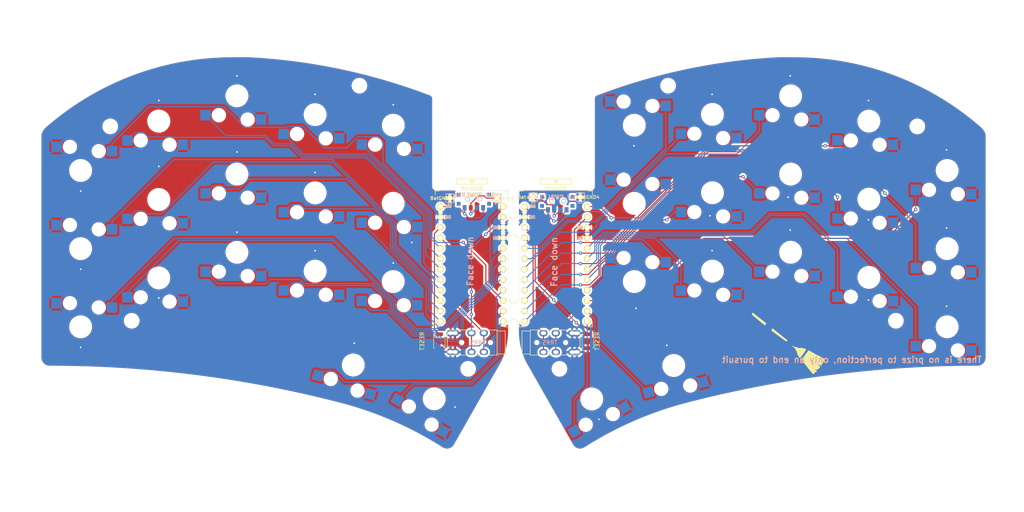
<source format=kicad_pcb>
(kicad_pcb (version 20241229) (generator "pcbnew") (generator_version "9.0")
  (layers (0 "F.Cu" signal) (2 "B.Cu" signal) (13 "F.Paste" user) (15 "B.Paste" user) (5 "F.SilkS" user "F.Silkscreen") (7 "B.SilkS" user "B.Silkscreen") (1 "F.Mask" user) (3 "B.Mask" user) (25 "Edge.Cuts" user))
  (net 0 "")
  (net 1 "BT+")
  (net 2 "gnd")
  (net 3 "vcc")
  (net 4 "Switch18")
  (net 5 "reset")
  (net 6 "Switch1")
  (net 7 "Switch2")
  (net 8 "Switch3")
  (net 9 "Switch4")
  (net 10 "Switch5")
  (net 11 "Switch6")
  (net 12 "Switch7")
  (net 13 "Switch8")
  (net 14 "Switch9")
  (net 15 "Switch10")
  (net 16 "Switch11")
  (net 17 "Switch12")
  (net 18 "Switch13")
  (net 19 "Switch14")
  (net 20 "Switch15")
  (net 21 "Switch16")
  (net 22 "Switch17")
  (net 23 "raw")
  (net 24 "BT+_r")
  (net 25 "Switch18_r")
  (net 26 "reset_r")
  (net 27 "Switch9_r")
  (net 28 "Switch10_r")
  (net 29 "Switch11_r")
  (net 30 "Switch12_r")
  (net 31 "Switch13_r")
  (net 32 "Switch14_r")
  (net 33 "Switch15_r")
  (net 34 "Switch16_r")
  (net 35 "Switch17_r")
  (net 36 "Switch1_r")
  (net 37 "Switch2_r")
  (net 38 "Switch3_r")
  (net 39 "Switch4_r")
  (net 40 "Switch5_r")
  (net 41 "Switch6_r")
  (net 42 "Switch7_r")
  (net 43 "Switch8_r")
  (footprint "kbd:1pin_conn" (layer "F.Cu") (at 146.190005 83.736002)
    (property "Reference" "Bat+r1")
    (property "Value" "MountingHole_Pad" (hide yes))
  )
  (footprint "kbd:1pin_conn" (layer "F.Cu") (at 134.760005 83.736002)
    (property "Reference" "BatGND1")
    (property "Value" "MountingHole_Pad" (hide yes))
  )
  (footprint "kbd:SW_SPST_B3U-1000P" (layer "F.Cu") (at 132.2 118.5 90)
    (property "Reference" "RSW1" (hide yes))
    (property "Value" "SW_Push")
  )
  (footprint "kbd:ProMicro_v3_min" (layer "F.Cu") (at 140.094 100.246)
    (property "Reference" "U1" (hide yes))
    (property "Value" "ProMicro-kbd" (hide yes))
  )
  (footprint "kbd:1pin_conn" (layer "F.Cu") (at 166.45984 83.482002)
    (property "Reference" "BatGND4")
    (property "Value" "MountingHole_Pad" (hide yes))
  )
  (footprint "kbd:SW_SPST_B3U-1000P" (layer "F.Cu") (at 168.3 118.5 90)
    (property "Reference" "RSW2" (hide yes))
    (property "Value" "SW_Push")
  )
  (footprint "kbd:1pin_conn" (layer "F.Cu") (at 155.02984 83.482002)
    (property "Reference" "Bat+1")
    (property "Value" "MountingHole_Pad" (hide yes))
  )
  (footprint "Kailh:ferris_broom" (layer "F.Cu") (at 215.84984 118.872 7)
    (property "Reference" "G***" (hide yes))
    (property "Value" "LOGO" (hide yes))
  )
  (footprint "kbd:ProMicro_v3_min" (layer "F.Cu") (at 160.51784 100.246)
    (property "Reference" "U2" (hide yes))
    (property "Value" "ProMicro-kbd" (hide yes))
  )
  (footprint "Duckyb-Parts:mouse-bite-5mm-slot-with-space-for-track" (layer "F.Cu") (at 150.241 90.678)
    (property "Reference" "mouse-bite-5mm-slot" (hide yes))
    (property "Value" "VAL**" (hide yes))
  )
  (footprint "Duckyb-Parts:mouse-bite-5mm-slot-with-space-for-track" (layer "F.Cu") (at 150.241 111.1885)
    (property "Reference" "mouse-bite-5mm-slot" (hide yes))
    (property "Value" "VAL**" (hide yes))
  )
  (footprint "duckyb-footprints:MountingHole_3.35mm" (layer "F.Cu") (at 112.776 56.388)
    (property "Reference" "Mounting 01" (hide yes))
    (property "Value" "MountingHole_3.35mm")
  )
  (footprint "duckyb-footprints:MountingHole_3.35mm" (layer "F.Cu") (at 52.197 66.294)
    (property "Reference" "Mounting 04" (hide yes))
    (property "Value" "MountingHole_3.35mm")
  )
  (footprint "" (layer "F.Cu") (at 57.404 113.538)
    (property "Reference" "")
    (property "Value" "")
  )
  (footprint "Kailh:TRRS-PJ-DPB2" (layer "F.Cu") (at 154.29784 118.83 90)
    (property "Reference" "J1")
    (property "Value" "AudioJack4dpb" (hide yes))
  )
  (footprint "duckyb-footprints:MountingHole_3.35mm" (layer "F.Cu") (at 139.192 125.222)
    (property "Reference" "Mounting 02" (hide yes))
    (property "Value" "MountingHole_3.35mm")
  )
  (footprint "Kailh:TRRS-PJ-DPB2" (layer "F.Cu") (at 146.22 118.83 -90)
    (property "Reference" "J2")
    (property "Value" "AudioJack4dpb" (hide yes))
  )
  (footprint "duckyb-footprints:MountingHole_3.35mm" (layer "F.Cu") (at 57.404 113.538)
    (property "Reference" "Mounting 03" (hide yes))
    (property "Value" "MountingHole_3.35mm")
  )
  (footprint "Kailh:SPDT_C128955r" (layer "F.Cu") (at 160.87184 84.498)
    (property "Reference" "SW2")
    (property "Value" "SW_SPDT")
  )
  (footprint "Kailh:SPDT_C128955r" (layer "F.Cu") (at 140.602 83.99)
    (property "Reference" "SW2")
    (property "Value" "SW_SPDT")
  )
  (footprint "Gateron_KS33_Hotswap:Gateron-KS33-Hotswap-1U" (layer "B.Cu") (at 45 77)
    (property "Reference" "SW2")
    (property "Value" "SW_Push")
  )
  (footprint "Gateron_KS33_Hotswap:Gateron-KS33-Hotswap-1U" (layer "B.Cu") (at 64 65 180)
    (property "Reference" "SW3")
    (property "Value" "SW_Push")
  )
  (footprint "Gateron_KS33_Hotswap:Gateron-KS33-Hotswap-1U" (layer "B.Cu") (at 83 58.86 180)
    (property "Reference" "SW4")
    (property "Value" "SW_Push")
  )
  (footprint "Gateron_KS33_Hotswap:Gateron-KS33-Hotswap-1U" (layer "B.Cu") (at 101.994 63.432 180)
    (property "Reference" "SW5")
    (property "Value" "SW_Push")
  )
  (footprint "Gateron_KS33_Hotswap:Gateron-KS33-Hotswap-1U" (layer "B.Cu") (at 121 66 180)
    (property "Reference" "SW6")
    (property "Value" "SW_Push")
  )
  (footprint "Gateron_KS33_Hotswap:Gateron-KS33-Hotswap-1U" (layer "B.Cu") (at 45 96)
    (property "Reference" "SW8")
    (property "Value" "SW_Push")
  )
  (footprint "Gateron_KS33_Hotswap:Gateron-KS33-Hotswap-1U" (layer "B.Cu") (at 64 84.074 180)
    (property "Reference" "SW9")
    (property "Value" "SW_Push")
  )
  (footprint "Gateron_KS33_Hotswap:Gateron-KS33-Hotswap-1U" (layer "B.Cu") (at 83 77.878 180)
    (property "Reference" "SW10")
    (property "Value" "SW_Push")
  )
  (footprint "Gateron_KS33_Hotswap:Gateron-KS33-Hotswap-1U" (layer "B.Cu") (at 102 82.45 180)
    (property "Reference" "SW11")
    (property "Value" "SW_Push")
  )
  (footprint "Gateron_KS33_Hotswap:Gateron-KS33-Hotswap-1U" (layer "B.Cu") (at 120.98 84.99 180)
    (property "Reference" "SW12")
    (property "Value" "SW_Push")
  )
  (footprint "Gateron_KS33_Hotswap:Gateron-KS33-Hotswap-1U" (layer "B.Cu") (at 45 115)
    (property "Reference" "SW14")
    (property "Value" "SW_Push")
  )
  (footprint "Gateron_KS33_Hotswap:Gateron-KS33-Hotswap-1U" (layer "B.Cu") (at 64.008 103.124 180)
    (property "Reference" "SW15")
    (property "Value" "SW_Push")
  )
  (footprint "Gateron_KS33_Hotswap:Gateron-KS33-Hotswap-1U" (layer "B.Cu") (at 83 96.896 180)
    (property "Reference" "SW16")
    (property "Value" "SW_Push")
  )
  (footprint "Gateron_KS33_Hotswap:Gateron-KS33-Hotswap-1U" (layer "B.Cu") (at 102 101.468 180)
    (property "Reference" "SW17")
    (property "Value" "SW_Push")
  )
  (footprint "Gateron_KS33_Hotswap:Gateron-KS33-Hotswap-1U" (layer "B.Cu") (at 111.272 124.288 165)
    (property "Reference" "SW20")
    (property "Value" "SW_Push")
  )
  (footprint "Gateron_KS33_Hotswap:Gateron-KS33-Hotswap-1U" (layer "B.Cu") (at 130.95 132.504 150)
    (property "Reference" "SW21")
    (property "Value" "SW_Push")
  )
  (footprint "Kailh:SPDT_C128955" (layer "B.Cu") (at 140.602 83.99 180)
    (property "Reference" "SW_POWERR1")
    (property "Value" "SW_SPDT")
  )
  (footprint "Gateron_KS33_Hotswap:Gateron-KS33-Hotswap-1U" (layer "B.Cu") (at 120.98 104.008 180)
    (property "Reference" "SW18")
    (property "Value" "SW_Push")
  )
  (footprint "Kailh:SPDT_C128955" (layer "B.Cu") (at 160.87184 84.498 180)
    (property "Reference" "SW_POWER1")
    (property "Value" "SW_SPDT")
  )
  (footprint "Gateron_KS33_Hotswap:Gateron-KS33-Hotswap-1U" (layer "B.Cu") (at 198.58584 82.418 180)
    (property "Reference" "SW10_r1")
    (property "Value" "SW_Push")
  )
  (footprint "Gateron_KS33_Hotswap:Gateron-KS33-Hotswap-1U" (layer "B.Cu") (at 255.63184 115 180)
    (property "Reference" "SW12_r1")
    (property "Value" "SW_Push")
  )
  (footprint "Gateron_KS33_Hotswap:Gateron-KS33-Hotswap-1U" (layer "B.Cu") (at 217.58784 96.896 180)
    (property "Reference" "SW14_r1")
    (property "Value" "SW_Push")
  )
  (footprint "Gateron_KS33_Hotswap:Gateron-KS33-Hotswap-1U" (layer "B.Cu") (at 198.58584 101.468 180)
    (property "Reference" "SW15_r1")
    (property "Value" "SW_Push")
  )
  (footprint "Gateron_KS33_Hotswap:Gateron-KS33-Hotswap-1U" (layer "B.Cu") (at 198.58584 63.368 180)
    (property "Reference" "SW5_r1")
    (property "Value" "SW_Push")
  )
  (footprint "Gateron_KS33_Hotswap:Gateron-KS33-Hotswap-1U" (layer "B.Cu") (at 236.61384 65 180)
    (property "Reference" "SW3_r1")
    (property "Value" "SW_Push")
  )
  (footprint "Gateron_KS33_Hotswap:Gateron-KS33-Hotswap-1U" (layer "B.Cu") (at 217.58784 58.86 180)
    (property "Reference" "SW4_r1")
    (property "Value" "SW_Push")
  )
  (footprint "Gateron_KS33_Hotswap:Gateron-KS33-Hotswap-1U" (layer "B.Cu") (at 236.61384 83.974 180)
    (property "Reference" "SW8_r1")
    (property "Value" "SW_Push")
  )
  (footprint "Gateron_KS33_Hotswap:Gateron-KS33-Hotswap-1U" (layer "B.Cu") (at 217.58784 77.878 180)
    (property "Reference" "SW9_r1")
    (property "Value" "SW_Push")
  )
  (footprint "Gateron_KS33_Hotswap:Gateron-KS33-Hotswap-1U" (layer "B.Cu") (at 236.61384 102.992 180)
    (property "Reference" "SW13_r1")
    (property "Value" "SW_Push")
  )
  (footprint "Gateron_KS33_Hotswap:Gateron-KS33-Hotswap-1U" (layer "B.Cu") (at 179.58584 84.99)
    (property "Reference" "SW11_r1")
    (property "Value" "SW_Push")
  )
  (footprint "Gateron_KS33_Hotswap:Gateron-KS33-Hotswap-1U" (layer "B.Cu") (at 255.63184 96 180)
    (property "Reference" "SW7_r1")
    (property "Value" "SW_Push")
  )
  (footprint "Gateron_KS33_Hotswap:Gateron-KS33-Hotswap-1U" (layer "B.Cu") (at 255.63184 77 180)
    (property "Reference" "SW2_r1")
    (property "Value" "SW_Push")
  )
  (footprint "Gateron_KS33_Hotswap:Gateron-KS33-Hotswap-1U" (layer "B.Cu") (at 179.58584 66)
    (property "Reference" "SW6_r1")
    (property "Value" "SW_Push")
  )
  (footprint "Gateron_KS33_Hotswap:Gateron-KS33-Hotswap-1U" (layer "B.Cu") (at 189.17984 124.41 -165)
    (property "Reference" "SW20")
    (property "Value" "SW_Push")
  )
  (footprint "Gateron_KS33_Hotswap:Gateron-KS33-Hotswap-1U" (layer "B.Cu") (at 179.58584 104.008)
    (property "Reference" "SW16_r1")
    (property "Value" "SW_Push")
  )
  (footprint "Gateron_KS33_Hotswap:Gateron-KS33-Hotswap-1U" (layer "B.Cu") (at 169.251 132.542 -150)
    (property "Reference" "SW21")
    (property "Value" "SW_Push")
  )
  (footprint "duckyb-footprints:MountingHole_3.35mm" (layer "B.Cu") (at 187.81184 56.388 180)
    (property "Reference" "Mounting 01" (hide yes))
    (property "Value" "MountingHole_3.35mm")
  )
  (footprint "duckyb-footprints:MountingHole_3.35mm" (layer "B.Cu") (at 161.39584 125.222 180)
    (property "Reference" "Mounting 02" (hide yes))
    (property "Value" "MountingHole_3.35mm")
  )
  (footprint "duckyb-footprints:MountingHole_3.35mm" (layer "B.Cu") (at 243.18384 113.538 180)
    (property "Reference" "Mounting 03" (hide yes))
    (property "Value" "MountingHole_3.35mm")
  )
  (footprint "" (layer "B.Cu") (at 217.58784 77.878 180)
    (property "Reference" "")
    (property "Value" "")
  )
  (footprint "duckyb-footprints:MountingHole_3.35mm" (layer "B.Cu") (at 248.39084 66.294 180)
    (property "Reference" "Mounting 04" (hide yes))
    (property "Value" "MountingHole_3.35mm")
  )
  (gr_arc (start 148.162 81.866) (mid 148.69233 82.08567) (end 148.912 82.616) (stroke (width 0.05)) (layer "Edge.Cuts"))
  (gr_line (start 148.912 93.218) (end 148.912 101.262) (stroke (width 0.05)) (layer "Edge.Cuts"))
  (gr_line (start 131.458 81.868917) (end 148.162 81.866) (stroke (width 0.05)) (layer "Edge.Cuts"))
  (gr_line (start 147.161679 123.613657) (end 135.71 143.699265) (stroke (width 0.05)) (layer "Edge.Cuts"))
  (gr_arc (start 148.924 116.248) (mid 148.462831 120.031316) (end 147.161679 123.613657) (stroke (width 0.05)) (layer "Edge.Cuts"))
  (gr_line (start 148.912 82.616) (end 148.924 88.11) (stroke (width 0.05)) (layer "Edge.Cuts"))
  (gr_line (start 149.2885 88.11) (end 148.924 88.11) (stroke (width 0.05)) (layer "Edge.Cuts"))
  (gr_line (start 149.2885 93.218) (end 148.912 93.218) (stroke (width 0.05)) (layer "Edge.Cuts"))
  (gr_line (start 149.2885 108.628) (end 148.924 108.628) (stroke (width 0.05)) (layer "Edge.Cuts"))
  (gr_line (start 149.2885 113.7285) (end 148.912 113.7285) (stroke (width 0.05)) (layer "Edge.Cuts"))
  (gr_line (start 148.912 101.262) (end 148.924 108.628) (stroke (width 0.05)) (layer "Edge.Cuts"))
  (gr_line (start 148.912 113.7285) (end 148.924 116.248) (stroke (width 0.05)) (layer "Edge.Cuts"))
  (gr_arc (start 131.458 81.868917) (mid 130.750893 81.576024) (end 130.458 80.868917) (stroke (width 0.05)) (layer "Edge.Cuts"))
  (gr_line (start 130.458 80.868917) (end 130.463 59.473) (stroke (width 0.05)) (layer "Edge.Cuts"))
  (gr_arc (start 35.465859 68.23732) (mid 36.022742 67.119147) (end 36.893 66.223) (stroke (width 0.05)) (layer "Edge.Cuts"))
  (gr_arc (start 85.843227 49.463504) (mid 108.303644 52.385453) (end 130.028245 58.79247) (stroke (width 0.05)) (layer "Edge.Cuts"))
  (gr_line (start 37.768 124.474571) (end 37.493002 124.473917) (stroke (width 0.05)) (layer "Edge.Cuts"))
  (gr_arc (start 107.797707 133.384137) (mid 120.821222 137.841207) (end 132.978 144.298) (stroke (width 0.05)) (layer "Edge.Cuts"))
  (gr_arc (start 37.768 124.474571) (mid 73.062876 126.72836) (end 107.797707 133.384137) (stroke (width 0.05)) (layer "Edge.Cuts"))
  (gr_arc (start 37.493002 124.473917) (mid 36.080534 123.924716) (end 35.458001 122.542999) (stroke (width 0.05)) (layer "Edge.Cuts"))
  (gr_arc (start 135.71 143.699265) (mid 134.468995 144.56898) (end 132.978 144.298) (stroke (width 0.05)) (layer "Edge.Cuts"))
  (gr_arc (start 130.028245 58.79247) (mid 130.345034 59.069226) (end 130.463 59.473) (stroke (width 0.05)) (layer "Edge.Cuts"))
  (gr_line (start 35.465859 68.23732) (end 35.458001 122.542999) (stroke (width 0.05)) (layer "Edge.Cuts"))
  (gr_line (start 85.843227 49.463504) (end 81.868 49.468) (stroke (width 0.05)) (layer "Edge.Cuts"))
  (gr_arc (start 36.893 66.223) (mid 57.870705 53.792798) (end 81.868 49.468) (stroke (width 0.05)) (layer "Edge.Cuts"))
  (gr_line (start 168.99984 81.868917) (end 152.29584 81.866) (stroke (width 0.05)) (layer "Edge.Cuts"))
  (gr_line (start 151.54584 113.7285) (end 151.53384 116.248) (stroke (width 0.05)) (layer "Edge.Cuts"))
  (gr_line (start 153.280536 123.57215) (end 164.74784 143.699265) (stroke (width 0.05)) (layer "Edge.Cuts"))
  (gr_line (start 264.991981 68.23732) (end 264.999839 122.542999) (stroke (width 0.05)) (layer "Edge.Cuts"))
  (gr_line (start 214.614716 49.465561) (end 218.58984 49.468) (stroke (width 0.05)) (layer "Edge.Cuts"))
  (gr_line (start 151.54584 101.262) (end 151.53384 108.628) (stroke (width 0.05)) (layer "Edge.Cuts"))
  (gr_arc (start 151.54584 82.616) (mid 151.76551 82.08567) (end 152.29584 81.866) (stroke (width 0.05)) (layer "Edge.Cuts"))
  (gr_line (start 151.54584 93.218) (end 151.54584 101.262) (stroke (width 0.05)) (layer "Edge.Cuts"))
  (gr_arc (start 167.47984 144.298) (mid 179.636498 137.840747) (end 192.659669 133.38233) (stroke (width 0.05)) (layer "Edge.Cuts"))
  (gr_arc (start 218.58984 49.468) (mid 242.587135 53.792799) (end 263.56484 66.223) (stroke (width 0.05)) (layer "Edge.Cuts"))
  (gr_arc (start 192.659669 133.38233) (mid 227.394847 126.727903) (end 262.68984 124.474571) (stroke (width 0.05)) (layer "Edge.Cuts"))
  (gr_arc (start 167.47984 144.298) (mid 165.988845 144.56898) (end 164.74784 143.699265) (stroke (width 0.05)) (layer "Edge.Cuts"))
  (gr_arc (start 153.280536 123.57215) (mid 151.990927 120.009347) (end 151.53384 116.248) (stroke (width 0.05)) (layer "Edge.Cuts"))
  (gr_line (start 151.54584 82.616) (end 151.53384 88.11) (stroke (width 0.05)) (layer "Edge.Cuts"))
  (gr_arc (start 169.99984 80.868917) (mid 169.706947 81.576024) (end 168.99984 81.868917) (stroke (width 0.05)) (layer "Edge.Cuts"))
  (gr_line (start 169.99984 80.868917) (end 169.99484 59.473) (stroke (width 0.05)) (layer "Edge.Cuts"))
  (gr_arc (start 263.56484 66.223) (mid 264.435098 67.119147) (end 264.991981 68.23732) (stroke (width 0.05)) (layer "Edge.Cuts"))
  (gr_arc (start 170.429595 58.79247) (mid 192.154223 52.385977) (end 214.614716 49.465561) (stroke (width 0.05)) (layer "Edge.Cuts"))
  (gr_line (start 262.68984 124.474571) (end 262.964838 124.473917) (stroke (width 0.05)) (layer "Edge.Cuts"))
  (gr_arc (start 264.999839 122.542999) (mid 264.377307 123.924717) (end 262.964838 124.473917) (stroke (width 0.05)) (layer "Edge.Cuts"))
  (gr_arc (start 169.99484 59.473) (mid 170.112806 59.069226) (end 170.429595 58.79247) (stroke (width 0.05)) (layer "Edge.Cuts"))
  (gr_line (start 151.53384 88.11) (end 151.1935 88.11) (stroke (width 0.05)) (layer "Edge.Cuts"))
  (gr_line (start 151.54584 93.218) (end 151.1935 93.218) (stroke (width 0.05)) (layer "Edge.Cuts"))
  (gr_arc (start 149.288501 113.7285) (mid 150.241 113.083627) (end 151.193499 113.728501) (stroke (width 0.05)) (layer "Edge.Cuts"))
  (gr_line (start 151.53384 108.628) (end 151.1935 108.628) (stroke (width 0.05)) (layer "Edge.Cuts"))
  (gr_arc (start 149.288501 93.218) (mid 150.241 92.573127) (end 151.193499 93.218001) (stroke (width 0.05)) (layer "Edge.Cuts"))
  (gr_line (start 151.54584 113.7285) (end 151.1935 113.7285) (stroke (width 0.05)) (layer "Edge.Cuts"))
  (gr_arc (start 151.193499 108.628) (mid 150.241 109.285937) (end 149.288501 108.627999) (stroke (width 0.05)) (layer "Edge.Cuts"))
  (gr_arc (start 151.193499 88.11) (mid 150.241 88.772807) (end 149.288501 88.109999) (stroke (width 0.05)) (layer "Edge.Cuts"))
  (gr_text "Face down" (at 160.10984 99.23 90) (layer "B.SilkS") (effects (font (size 1.5 1.5) (thickness 0.3))))
  (gr_text "There is no prize to perfection, only an end to pursuit" (at 232.5 123 0) (layer "B.SilkS") (effects (font (size 1.5 1.5) (thickness 0.3)) (justify mirror)))
  (gr_text "Face down" (at 139.7 99.06 90) (layer "B.SilkS") (effects (font (size 1.5 1.5) (thickness 0.3))))
  (segment (start 158.381843 85.323001) (end 157.231843 84.173001) (width 0.25) (layer "F.Cu") (net 1))
  (segment (start 157.231843 84.173001) (end 155.720841 84.173001) (width 0.25) (layer "F.Cu") (net 1))
  (segment (start 155.720841 84.173001) (end 155.02984 83.482) (width 0.25) (layer "F.Cu") (net 1))
  (segment (start 160.10984 86.585) (end 160.12184 86.573) (width 0.25) (layer "F.Cu") (net 1))
  (segment (start 160.12184 85.698) (end 159.746841 85.323001) (width 0.25) (layer "F.Cu") (net 1))
  (segment (start 159.746841 85.323001) (end 158.381843 85.323001) (width 0.25) (layer "F.Cu") (net 1))
  (segment (start 160.10984 88.054) (end 160.10984 86.585) (width 0.25) (layer "F.Cu") (net 1))
  (segment (start 160.12184 86.573) (end 160.12184 85.698) (width 0.25) (layer "F.Cu") (net 1))
  (via (at 160.10984 88.054) (size 0.8) (drill 0.4) (layers "F.Cu" "B.Cu") (net 1))
  (segment (start 160.14084 88.054) (end 161.62184 86.573) (width 0.25) (layer "B.Cu") (net 1))
  (segment (start 160.10984 88.054) (end 160.14084 88.054) (width 0.25) (layer "B.Cu") (net 1))
  (via (at 64 60) (size 0.8) (drill 0.4) (layers "F.Cu" "B.Cu") (net 2))
  (via (at 136 134.5) (size 0.8) (drill 0.4) (layers "F.Cu" "B.Cu") (net 2))
  (via (at 198.5 96.5) (size 0.8) (drill 0.4) (layers "F.Cu" "B.Cu") (net 2))
  (via (at 217 83.5) (size 0.8) (drill 0.4) (layers "F.Cu" "B.Cu") (net 2))
  (via (at 217.5 91.5) (size 0.8) (drill 0.4) (layers "F.Cu" "B.Cu") (net 2))
  (via (at 255.5 91) (size 0.8) (drill 0.4) (layers "F.Cu" "B.Cu") (net 2))
  (via (at 198.5 58.5) (size 0.8) (drill 0.4) (layers "F.Cu" "B.Cu") (net 2))
  (via (at 45 120) (size 0.8) (drill 0.4) (layers "F.Cu" "B.Cu") (net 2))
  (via (at 121 61) (size 0.8) (drill 0.4) (layers "F.Cu" "B.Cu") (net 2))
  (via (at 255.5 110) (size 0.8) (drill 0.4) (layers "F.Cu" "B.Cu") (net 2))
  (via (at 45 82) (size 0.8) (drill 0.4) (layers "F.Cu" "B.Cu") (net 2))
  (via (at 45 101) (size 0.8) (drill 0.4) (layers "F.Cu" "B.Cu") (net 2))
  (via (at 83 92) (size 0.8) (drill 0.4) (layers "F.Cu" "B.Cu") (net 2))
  (via (at 121 99.5) (size 0.8) (drill 0.4) (layers "F.Cu" "B.Cu") (net 2))
  (via (at 187.5 119.5) (size 0.8) (drill 0.4) (layers "F.Cu" "B.Cu") (net 2))
  (via (at 64 108) (size 0.8) (drill 0.4) (layers "F.Cu" "B.Cu") (net 2))
  (via (at 83 54) (size 0.8) (drill 0.4) (layers "F.Cu" "B.Cu") (net 2))
  (via (at 255.5 72) (size 0.8) (drill 0.4) (layers "F.Cu" "B.Cu") (net 2))
  (via (at 125.5 94.5) (size 0.8) (drill 0.4) (layers "F.Cu" "B.Cu") (net 2))
  (via (at 171 137.5) (size 0.8) (drill 0.4) (layers "F.Cu" "B.Cu") (net 2))
  (via (at 102 96.5) (size 0.8) (drill 0.4) (layers "F.Cu" "B.Cu") (net 2))
  (via (at 198 88) (size 0.8) (drill 0.4) (layers "F.Cu" "B.Cu") (net 2))
  (via (at 64 76) (size 0.8) (drill 0.4) (layers "F.Cu" "B.Cu") (net 2))
  (via (at 180 110.5) (size 0.8) (drill 0.4) (layers "F.Cu" "B.Cu") (net 2))
  (via (at 236.5 108.5) (size 0.8) (drill 0.4) (layers "F.Cu" "B.Cu") (net 2))
  (via (at 179.5 71) (size 0.8) (drill 0.4) (layers "F.Cu" "B.Cu") (net 2))
  (via (at 102 77.5) (size 0.8) (drill 0.4) (layers "F.Cu" "B.Cu") (net 2))
  (via (at 83 72.5) (size 0.8) (drill 0.4) (layers "F.Cu" "B.Cu") (net 2))
  (via (at 236.5 60) (size 0.8) (drill 0.4) (layers "F.Cu" "B.Cu") (net 2))
  (via (at 217.5 54) (size 0.8) (drill 0.4) (layers "F.Cu" "B.Cu") (net 2))
  (via (at 236.5 89) (size 0.8) (drill 0.4) (layers "F.Cu" "B.Cu") (net 2))
  (via (at 111.5 119) (size 0.8) (drill 0.4) (layers "F.Cu" "B.Cu") (net 2))
  (via (at 102 58.5) (size 0.8) (drill 0.4) (layers "F.Cu" "B.Cu") (net 2))
  (segment (start 142.99 116.496) (end 134.5 108.006) (width 0.25) (layer "F.Cu") (net 3))
  (segment (start 155 114.03216) (end 155 95.47876) (width 0.25) (layer "F.Cu") (net 3))
  (segment (start 155 95.47876) (end 152.90924 93.388) (width 0.25) (layer "F.Cu") (net 3))
  (segment (start 143.01 121.126) (end 143.01 116.516) (width 0.25) (layer "F.Cu") (net 3))
  (segment (start 157.51784 116.55) (end 157.49784 116.53) (width 0.25) (layer "F.Cu") (net 3))
  (segment (start 157.51784 121.16) (end 157.51784 116.55) (width 0.25) (layer "F.Cu") (net 3))
  (segment (start 157.49784 116.53) (end 155 114.03216) (width 0.25) (layer "F.Cu") (net 3))
  (segment (start 134.5 95.4026) (end 132.4854 93.388) (width 0.25) (layer "F.Cu") (net 3))
  (segment (start 134.5 108.006) (end 134.5 95.4026) (width 0.25) (layer "F.Cu") (net 3))
  (segment (start 143.01 116.516) (end 142.99 116.496) (width 0.25) (layer "F.Cu") (net 3))
  (segment (start 144.5134 91.5) (end 147.7054 88.308) (width 0.25) (layer "F.Cu") (net 4))
  (segment (start 144.5 91.5) (end 144.5134 91.5) (width 0.25) (layer "F.Cu") (net 4))
  (segment (start 140.01 121.126) (end 140.01 116.516) (width 0.25) (layer "F.Cu") (net 4))
  (segment (start 140 112) (end 140 106.5) (width 0.25) (layer "F.Cu") (net 4))
  (segment (start 140.01 116.516) (end 139.99 116.496) (width 0.25) (layer "F.Cu") (net 4))
  (segment (start 143.5 92.5) (end 144.5 91.5) (width 0.25) (layer "F.Cu") (net 4))
  (via (at 140 112) (size 0.8) (drill 0.4) (layers "F.Cu" "B.Cu") (net 4))
  (via (at 143.5 92.5) (size 0.8) (drill 0.4) (layers "F.Cu" "B.Cu") (net 4))
  (via (at 140 106.5) (size 0.8) (drill 0.4) (layers "F.Cu" "B.Cu") (net 4))
  (segment (start 139.99 112.01) (end 140 112) (width 0.25) (layer "B.Cu") (net 4))
  (segment (start 140 96) (end 143.5 92.5) (width 0.25) (layer "B.Cu") (net 4))
  (segment (start 140 106.5) (end 140 99.5) (width 0.25) (layer "B.Cu") (net 4))
  (segment (start 140 99.5) (end 140 96) (width 0.25) (layer "B.Cu") (net 4))
  (segment (start 139.99 116.496) (end 139.99 112.01) (width 0.25) (layer "B.Cu") (net 4))
  (segment (start 131 92.3334) (end 131 115.6) (width 0.25) (layer "F.Cu") (net 5))
  (segment (start 131 115.6) (end 132.2 116.8) (width 0.25) (layer "F.Cu") (net 5))
  (segment (start 132.4854 90.848) (end 131 92.3334) (width 0.25) (layer "F.Cu") (net 5))
  (segment (start 143.5 104.4226) (end 147.7054 108.628) (width 0.25) (layer "F.Cu") (net 6))
  (segment (start 143.5 100) (end 143.5 104.4226) (width 0.25) (layer "F.Cu") (net 6))
  (segment (start 138 94.5) (end 143.5 100) (width 0.25) (layer "F.Cu") (net 6))
  (via (at 138 94.5) (size 0.8) (drill 0.4) (layers "F.Cu" "B.Cu") (net 6))
  (segment (start 112.339082 68.824) (end 109.663082 71.5) (width 0.25) (layer "B.Cu") (net 6))
  (segment (start 52.6375 70.525582) (end 52.6375 72.3) (width 0.25) (layer "B.Cu") (net 6))
  (segment (start 118.476 75.17569) (end 118.476 69.922935) (width 0.25) (layer "B.Cu") (net 6))
  (segment (start 109.663082 71.5) (end 104.258935 71.5) (width 0.25) (layer "B.Cu") (net 6))
  (segment (start 117.377065 68.824) (end 112.339082 68.824) (width 0.25) (layer "B.Cu") (net 6))
  (segment (start 84.836935 66.5) (end 79.836935 61.5) (width 0.25) (layer "B.Cu") (net 6))
  (segment (start 79.836935 61.5) (end 61.663082 61.5) (width 0.25) (layer "B.Cu") (net 6))
  (segment (start 118.476 69.922935) (end 117.377065 68.824) (width 0.25) (layer "B.Cu") (net 6))
  (segment (start 99.014935 66.256) (end 95.275 66.256) (width 0.25) (layer "B.Cu") (net 6))
  (segment (start 95.031 66.5) (end 84.836935 66.5) (width 0.25) (layer "B.Cu") (net 6))
  (segment (start 138 94.5) (end 131.69521 94.5) (width 0.25) (layer "B.Cu") (net 6))
  (segment (start 61.663082 61.5) (end 52.6375 70.525582) (width 0.25) (layer "B.Cu") (net 6))
  (segment (start 95.275 66.256) (end 95.031 66.5) (width 0.25) (layer "B.Cu") (net 6))
  (segment (start 104.258935 71.5) (end 99.014935 66.256) (width 0.25) (layer "B.Cu") (net 6))
  (segment (start 131.69521 94.5) (end 130.402 93.20679) (width 0.25) (layer "B.Cu") (net 6))
  (segment (start 130.402 87.10169) (end 118.476 75.17569) (width 0.25) (layer "B.Cu") (net 6))
  (segment (start 130.402 93.20679) (end 130.402 87.10169) (width 0.25) (layer "B.Cu") (net 6))
  (segment (start 67.377065 68.874) (end 61.427065 68.874) (width 0.25) (layer "B.Cu") (net 7))
  (segment (start 91.81319 70.951) (end 89.81319 68.951) (width 0.25) (layer "B.Cu") (net 7))
  (segment (start 114.402 73.902) (end 98.85088 73.902) (width 0.25) (layer "B.Cu") (net 7))
  (segment (start 128.451 99.5136) (end 128.451 87.951) (width 0.25) (layer "B.Cu") (net 7))
  (segment (start 67.454065 68.951) (end 67.377065 68.874) (width 0.25) (layer "B.Cu") (net 7))
  (segment (start 132.4854 103.548) (end 128.451 99.5136) (width 0.25) (layer "B.Cu") (net 7))
  (segment (start 58.2385 67.824) (end 56.3625 69.7) (width 0.25) (layer "B.Cu") (net 7))
  (segment (start 95.89988 70.951) (end 91.81319 70.951) (width 0.25) (layer "B.Cu") (net 7))
  (segment (start 98.85088 73.902) (end 95.89988 70.951) (width 0.25) (layer "B.Cu") (net 7))
  (segment (start 128.451 87.951) (end 114.402 73.902) (width 0.25) (layer "B.Cu") (net 7))
  (segment (start 89.81319 68.951) (end 67.454065 68.951) (width 0.25) (layer "B.Cu") (net 7))
  (segment (start 61.427065 68.874) (end 60.377065 67.824) (width 0.25) (layer "B.Cu") (net 7))
  (segment (start 60.377065 67.824) (end 58.2385 67.824) (width 0.25) (layer "B.Cu") (net 7))
  (segment (start 114.58881 73.451) (end 99.03769 73.451) (width 0.25) (layer "B.Cu") (net 8))
  (segment (start 128.951 97.4736) (end 128.951 87.81319) (width 0.25) (layer "B.Cu") (net 8))
  (segment (start 99.03769 73.451) (end 96.08669 70.5) (width 0.25) (layer "B.Cu") (net 8))
  (segment (start 80.3025 68.5) (end 75.3625 63.56) (width 0.25) (layer "B.Cu") (net 8))
  (segment (start 90 68.5) (end 80.3025 68.5) (width 0.25) (layer "B.Cu") (net 8))
  (segment (start 128.951 87.81319) (end 114.58881 73.451) (width 0.25) (layer "B.Cu") (net 8))
  (segment (start 96.08669 70.5) (end 92 70.5) (width 0.25) (layer "B.Cu") (net 8))
  (segment (start 132.4854 101.008) (end 128.951 97.4736) (width 0.25) (layer "B.Cu") (net 8))
  (segment (start 92 70.5) (end 90 68.5) (width 0.25) (layer "B.Cu") (net 8))
  (segment (start 99.2245 73) (end 94.3565 68.132) (width 0.25) (layer "B.Cu") (net 9))
  (segment (start 129.5 87.47531) (end 115.02469 73) (width 0.25) (layer "B.Cu") (net 9))
  (segment (start 132.4854 98.468) (end 129.5 95.4826) (width 0.25) (layer "B.Cu") (net 9))
  (segment (start 115.02469 73) (end 99.2245 73) (width 0.25) (layer "B.Cu") (net 9))
  (segment (start 129.5 95.4826) (end 129.5 87.47531) (width 0.25) (layer "B.Cu") (net 9))
  (segment (start 129.951 87.2885) (end 113.3625 70.7) (width 0.25) (layer "B.Cu") (net 10))
  (segment (start 129.951 93.3936) (end 129.951 87.2885) (width 0.25) (layer "B.Cu") (net 10))
  (segment (start 132.4854 95.928) (end 129.951 93.3936) (width 0.25) (layer "B.Cu") (net 10))
  (segment (start 67.647 74.353) (end 52.6375 89.3625) (width 0.25) (layer "B.Cu") (net 11))
  (segment (start 121.704 89.851989) (end 106.205011 74.353) (width 0.25) (layer "B.Cu") (net 11))
  (segment (start 121.704 95.3066) (end 121.704 89.851989) (width 0.25) (layer "B.Cu") (net 11))
  (segment (start 132.4854 106.088) (end 121.704 95.3066) (width 0.25) (layer "B.Cu") (net 11))
  (segment (start 52.6375 89.3625) (end 52.6375 91.3) (width 0.25) (layer "B.Cu") (net 11))
  (segment (start 106.205011 74.353) (end 67.647 74.353) (width 0.25) (layer "B.Cu") (net 11))
  (segment (start 132.4854 108.333172) (end 132.4854 108.628) (width 0.25) (layer "F.Cu") (net 12))
  (segment (start 132.4854 108.628) (end 130.5 106.6426) (width 0.25) (layer "B.Cu") (net 12))
  (segment (start 60.377065 86.898) (end 58.2385 86.898) (width 0.25) (layer "B.Cu") (net 12))
  (segment (start 58.2385 86.898) (end 56.3625 88.774) (width 0.25) (layer "B.Cu") (net 12))
  (segment (start 121.253 90.038799) (end 106.166201 74.952) (width 0.25) (layer "B.Cu") (net 12))
  (segment (start 130.5 106.6426) (end 130.5 104.74041) (width 0.25) (layer "B.Cu") (net 12))
  (segment (start 64.701522 87.510467) (end 60.989532 87.510467) (width 0.25) (layer "B.Cu") (net 12))
  (segment (start 77.259989 74.952) (end 64.701522 87.510467) (width 0.25) (layer "B.Cu") (net 12))
  (segment (start 130.5 104.74041) (end 121.253 95.49341) (width 0.25) (layer "B.Cu") (net 12))
  (segment (start 60.989532 87.510467) (end 60.377065 86.898) (width 0.25) (layer "B.Cu") (net 12))
  (segment (start 106.166201 74.952) (end 77.259989 74.952) (width 0.25) (layer "B.Cu") (net 12))
  (segment (start 121.253 95.49341) (end 121.253 90.038799) (width 0.25) (layer "B.Cu") (net 12))
  (segment (start 80.175065 81.5) (end 79.377065 80.702) (width 0.25) (layer "B.Cu") (net 13))
  (segment (start 79.377065 80.702) (end 77.2385 80.702) (width 0.25) (layer "B.Cu") (net 13))
  (segment (start 109.66638 79.089989) (end 85.926 79.089989) (width 0.25) (layer "B.Cu") (net 13))
  (segment (start 83.515989 81.5) (end 80.175065 81.5) (width 0.25) (layer "B.Cu") (net 13))
  (segment (start 130.049 108.7316) (end 130.049 104.92722) (width 0.25) (layer "B.Cu") (net 13))
  (segment (start 132.4854 111.168) (end 130.049 108.7316) (width 0.25) (layer "B.Cu") (net 13))
  (segment (start 85.926 79.089989) (end 83.515989 81.5) (width 0.25) (layer "B.Cu") (net 13))
  (segment (start 77.2385 80.702) (end 75.3625 82.578) (width 0.25) (layer "B.Cu") (net 13))
  (segment (start 120.802 90.225609) (end 109.66638 79.089989) (width 0.25) (layer "B.Cu") (net 13))
  (segment (start 120.802 95.68022) (end 120.802 90.225609) (width 0.25) (layer "B.Cu") (net 13))
  (segment (start 130.049 104.92722) (end 120.802 95.68022) (width 0.25) (layer "B.Cu") (net 13))
  (segment (start 98.377065 85.274) (end 96.2385 85.274) (width 0.25) (layer "B.Cu") (net 14))
  (segment (start 116.262581 86.324) (end 99.427065 86.324) (width 0.25) (layer "B.Cu") (net 14))
  (segment (start 96.2385 85.274) (end 94.3625 87.15) (width 0.25) (layer "B.Cu") (net 14))
  (segment (start 120.351 95.86703) (end 120.351 90.412419) (width 0.25) (layer "B.Cu") (net 14))
  (segment (start 129.598 105.11403) (end 120.351 95.86703) (width 0.25) (layer "B.Cu") (net 14))
  (segment (start 99.427065 86.324) (end 98.377065 85.274) (width 0.25) (layer "B.Cu") (net 14))
  (segment (start 132.4854 113.708) (end 129.598 110.8206) (width 0.25) (layer "B.Cu") (net 14))
  (segment (start 129.598 110.8206) (end 129.598 105.11403) (width 0.25) (layer "B.Cu") (net 14))
  (segment (start 120.351 90.412419) (end 116.262581 86.324) (width 0.25) (layer "B.Cu") (net 14))
  (segment (start 113.3425 89.69) (end 129 105.3475) (width 0.25) (layer "B.Cu") (net 15))
  (segment (start 132 115) (end 133 115) (width 0.25) (layer "B.Cu") (net 15))
  (segment (start 129 112) (end 132 115) (width 0.25) (layer "B.Cu") (net 15))
  (segment (start 129 105.3475) (end 129 112) (width 0.25) (layer "B.Cu") (net 15))
  (segment (start 133 115) (end 144.549 103.451) (width 0.25) (layer "B.Cu") (net 15))
  (segment (start 144.549 88.9244) (end 147.7054 85.768) (width 0.25) (layer "B.Cu") (net 15))
  (segment (start 144.549 103.451) (end 144.549 88.9244) (width 0.25) (layer "B.Cu") (net 15))
  (segment (start 133.18681 115.451) (end 145 103.63781) (width 0.25) (layer "B.Cu") (net 16))
  (segment (start 52.6375 108.657582) (end 52.6375 110.3) (width 0.25) (layer "B.Cu") (net 16))
  (segment (start 145 98.6334) (end 145 103.63781) (width 0.25) (layer "B.Cu") (net 16))
  (segment (start 121.5 108.665989) (end 106.334011 93.5) (width 0.25) (layer "B.Cu") (net 16))
  (segment (start 126.619934 115.451) (end 133.18681 115.451) (width 0.25) (layer "B.Cu") (net 16))
  (segment (start 125.834467 114.665533) (end 126.619934 115.451) (width 0.25) (layer "B.Cu") (net 16))
  (segment (start 125.834467 114.665533) (end 121.5 110.331065) (width 0.25) (layer "B.Cu") (net 16))
  (segment (start 67.795082 93.5) (end 52.6375 108.657582) (width 0.25) (layer "B.Cu") (net 16))
  (segment (start 106.334011 93.5) (end 67.795082 93.5) (width 0.25) (layer "B.Cu") (net 16))
  (segment (start 147.7054 95.928) (end 145 98.6334) (width 0.25) (layer "B.Cu") (net 16))
  (segment (start 121.5 110.331065) (end 121.5 108.665989) (width 0.25) (layer "B.Cu") (net 16))
  (segment (start 126.402 115.902) (end 133.37362 115.902) (width 0.25) (layer "B.Cu") (net 17))
  (segment (start 121.049 108.852799) (end 121.049 110.549) (width 0.25) (layer "B.Cu") (net 17))
  (segment (start 126 115.5) (end 126.402 115.902) (width 0.25) (layer "B.Cu") (net 17))
  (segment (start 68.9495 93.97) (end 106.166201 93.97) (width 0.25) (layer "B.Cu") (net 17))
  (segment (start 121.049 110.549) (end 126 115.5) (width 0.25) (layer "B.Cu") (net 17))
  (segment (start 56.3705 107.824) (end 56.3705 106.549) (width 0.25) (layer "B.Cu") (net 17))
  (segment (start 56.3705 106.549) (end 68.9495 93.97) (width 0.25) (layer "B.Cu") (net 17))
  (segment (start 106.166201 93.97) (end 121.049 108.852799) (width 0.25) (layer "B.Cu") (net 17))
  (segment (start 145.5 103.77562) (end 145.5 100.6734) (width 0.25) (layer "B.Cu") (net 17))
  (segment (start 133.37362 115.902) (end 145.5 103.77562) (width 0.25) (layer "B.Cu") (net 17))
  (segment (start 145.5 100.6734) (end 147.7054 98.468) (width 0.25) (layer "B.Cu") (net 17))
  (segment (start 147.206 101.008) (end 147.7054 101.008) (width 0.25) (layer "F.Cu") (net 18))
  (segment (start 136.56319 118.049) (end 137.549 117.06319) (width 0.25) (layer "B.Cu") (net 18))
  (segment (start 120.598 110.73581) (end 126.21519 116.353) (width 0.25) (layer "B.Cu") (net 18))
  (segment (start 75.3625 101.596) (end 78.2885 104.522) (width 0.25) (layer "B.Cu") (net 18))
  (segment (start 146 102.7134) (end 147.7054 101.008) (width 0.25) (layer "B.Cu") (net 18))
  (segment (start 131.37862 116.353) (end 133.07462 118.049) (width 0.25) (layer "B.Cu") (net 18))
  (segment (start 98.222875 103.5) (end 99.229342 104.506467) (width 0.25) (layer "B.Cu") (net 18))
  (segment (start 133.07462 118.049) (end 136.56319 118.049) (width 0.25) (layer "B.Cu") (net 18))
  (segment (start 89.978 104.522) (end 91 103.5) (width 0.25) (layer "B.Cu") (net 18))
  (segment (start 120.598 109.039609) (end 120.598 110.73581) (width 0.25) (layer "B.Cu") (net 18))
  (segment (start 146 103.91343) (end 146 102.7134) (width 0.25) (layer "B.Cu") (net 18))
  (segment (start 91 103.5) (end 98.222875 103.5) (width 0.25) (layer "B.Cu") (net 18))
  (segment (start 116.064858 104.506467) (end 120.598 109.039609) (width 0.25) (layer "B.Cu") (net 18))
  (segment (start 78.2885 104.522) (end 89.978 104.522) (width 0.25) (layer "B.Cu") (net 18))
  (segment (start 137.549 112.36443) (end 146 103.91343) (width 0.25) (layer "B.Cu") (net 18))
  (segment (start 126.21519 116.353) (end 131.37862 116.353) (width 0.25) (layer "B.Cu") (net 18))
  (segment (start 137.549 117.06319) (end 137.549 112.36443) (width 0.25) (layer "B.Cu") (net 18))
  (segment (start 99.229342 104.506467) (end 116.064858 104.506467) (width 0.25) (layer "B.Cu") (net 18))
  (segment (start 99.042532 104.957467) (end 115.878048 104.957467) (width 0.25) (layer "B.Cu") (net 19))
  (segment (start 115.878048 104.957467) (end 120.147 109.226419) (width 0.25) (layer "B.Cu") (net 19))
  (segment (start 98.377065 104.292) (end 99.042532 104.957467) (width 0.25) (layer "B.Cu") (net 19))
  (segment (start 147.7054 103.548) (end 147.7054 104.208026) (width 0.25) (layer "B.Cu") (net 19))
  (segment (start 94.3625 106.168) (end 96.2385 104.292) (width 0.25) (layer "B.Cu") (net 19))
  (segment (start 120.147 109.226419) (end 120.147 110.92262) (width 0.25) (layer "B.Cu") (net 19))
  (segment (start 147.00324 103.548) (end 147.7054 103.548) (width 0.25) (layer "B.Cu") (net 19))
  (segment (start 138 117.25) (end 138 112.55124) (width 0.25) (layer "B.Cu") (net 19))
  (segment (start 138 112.55124) (end 147.00324 103.548) (width 0.25) (layer "B.Cu") (net 19))
  (segment (start 131.19181 116.804) (end 132.88781 118.5) (width 0.25) (layer "B.Cu") (net 19))
  (segment (start 126.02838 116.804) (end 131.19181 116.804) (width 0.25) (layer "B.Cu") (net 19))
  (segment (start 132.88781 118.5) (end 136.75 118.5) (width 0.25) (layer "B.Cu") (net 19))
  (segment (start 120.147 110.92262) (end 126.02838 116.804) (width 0.25) (layer "B.Cu") (net 19))
  (segment (start 96.2385 104.292) (end 98.377065 104.292) (width 0.25) (layer "B.Cu") (net 19))
  (segment (start 136.75 118.5) (end 138 117.25) (width 0.25) (layer "B.Cu") (net 19))
  (segment (start 141.955816 119.632084) (end 146.049 115.5389) (width 0.25) (layer "B.Cu") (net 20))
  (segment (start 146.049 107.7444) (end 147.7054 106.088) (width 0.25) (layer "B.Cu") (net 20))
  (segment (start 125.84157 117.255) (end 131.005 117.255) (width 0.25) (layer "B.Cu") (net 20))
  (segment (start 146.049 115.5389) (end 146.049 107.7444) (width 0.25) (layer "B.Cu") (net 20))
  (segment (start 133.382084 119.632084) (end 141.955816 119.632084) (width 0.25) (layer "B.Cu") (net 20))
  (segment (start 113.3425 108.708) (end 115.6345 111) (width 0.25) (layer "B.Cu") (net 20))
  (segment (start 115.6345 111) (end 119.58657 111) (width 0.25) (layer "B.Cu") (net 20))
  (segment (start 131.005 117.255) (end 133.382084 119.632084) (width 0.25) (layer "B.Cu") (net 20))
  (segment (start 119.58657 111) (end 125.84157 117.255) (width 0.25) (layer "B.Cu") (net 20))
  (segment (start 103.719325 125.810088) (end 102.678292 126.851121) (width 0.25) (layer "B.Cu") (net 21))
  (segment (start 147.7054 111.168) (end 146.5 112.3734) (width 0.25) (layer "B.Cu") (net 21))
  (segment (start 106.579583 125.810088) (end 103.719325 125.810088) (width 0.25) (layer "B.Cu") (net 21))
  (segment (start 139.896078 128.466112) (end 109.235607 128.466112) (width 0.25) (layer "B.Cu") (net 21))
  (segment (start 109.235607 128.466112) (end 106.579583 125.810088) (width 0.25) (layer "B.Cu") (net 21))
  (segment (start 146.5 121.86219) (end 139.896078 128.466112) (width 0.25) (layer "B.Cu") (net 21))
  (segment (start 146.5 112.3734) (end 146.5 121.86219) (width 0.25) (layer "B.Cu") (net 21))
  (segment (start 147.7054 113.708) (end 147.5 113.9134) (width 0.25) (layer "B.Cu") (net 22))
  (segment (start 146.951 122.049) (end 140.082888 128.917112) (width 0.25) (layer "B.Cu") (net 22))
  (segment (start 146.951 114.4624) (end 146.951 122.049) (width 0.25) (layer "B.Cu") (net 22))
  (segment (start 125.824188 128.917112) (end 121.985731 132.755569) (width 0.25) (layer "B.Cu") (net 22))
  (segment (start 147.7054 113.708) (end 146.951 114.4624) (width 0.25) (layer "B.Cu") (net 22))
  (segment (start 140.082888 128.917112) (end 125.824188 128.917112) (width 0.25) (layer "B.Cu") (net 22))
  (segment (start 138.352 87.51) (end 138.352 87.51) (width 0.25) (layer "F.Cu") (net 23))
  (segment (start 158.62184 86.573) (end 153.71424 86.573) (width 0.25) (layer "F.Cu") (net 23))
  (segment (start 153.71424 86.573) (end 152.90924 85.768) (width 0.25) (layer "F.Cu") (net 23))
  (segment (start 137.047001 86.205001) (end 138.352 87.51) (width 0.25) (layer "F.Cu") (net 23))
  (segment (start 134.496782 85.768) (end 132.4854 85.768) (width 0.25) (layer "F.Cu") (net 23))
  (segment (start 138.352 86.065) (end 138.352 87.51) (width 0.25) (layer "F.Cu") (net 23))
  (segment (start 158.62184 87.88284) (end 160.02 89.281) (width 0.25) (layer "F.Cu") (net 23))
  (segment (start 158.62184 86.573) (end 158.62184 87.88284) (width 0.25) (layer "F.Cu") (net 23))
  (segment (start 134.933783 86.205001) (end 137.047001 86.205001) (width 0.25) (layer "F.Cu") (net 23))
  (segment (start 134.933783 86.205001) (end 134.496782 85.768) (width 0.25) (layer "F.Cu") (net 23))
  (via (at 160.02 89.281) (size 0.8) (drill 0.4) (layers "F.Cu" "B.Cu") (net 23))
  (via (at 138.352 87.51) (size 0.8) (drill 0.4) (layers "F.Cu" "B.Cu") (net 23))
  (segment (start 141.878 88.5) (end 139.342 88.5) (width 0.25) (layer "B.Cu") (net 23))
  (segment (start 160.58884 89.281) (end 163.12184 86.748) (width 0.25) (layer "B.Cu") (net 23))
  (segment (start 139.342 88.5) (end 138.352 87.51) (width 0.25) (layer "B.Cu") (net 23))
  (segment (start 142.852 87.526) (end 141.878 88.5) (width 0.25) (layer "B.Cu") (net 23))
  (segment (start 160.02 89.281) (end 160.58884 89.281) (width 0.25) (layer "B.Cu") (net 23))
  (segment (start 163.12184 86.748) (end 163.12184 86.573) (width 0.25) (layer "B.Cu") (net 23))
  (segment (start 142.852 86.065) (end 142.852 87.526) (width 0.25) (layer "B.Cu") (net 23))
  (segment (start 139.852 87.534) (end 139.852 87.534) (width 0.25) (layer "F.Cu") (net 24))
  (segment (start 143.091997 83.164999) (end 143.662998 83.736) (width 0.25) (layer "F.Cu") (net 24))
  (segment (start 139.852 84.994) (end 141.681001 83.164999) (width 0.25) (layer "F.Cu") (net 24))
  (segment (start 139.852 86.065) (end 139.852 87.534) (width 0.25) (layer "F.Cu") (net 24))
  (segment (start 143.662998 83.736) (end 146.19 83.736) (width 0.25) (layer "F.Cu") (net 24))
  (segment (start 139.852 86.065) (end 139.852 84.994) (width 0.25) (layer "F.Cu") (net 24))
  (segment (start 141.681001 83.164999) (end 143.091997 83.164999) (width 0.25) (layer "F.Cu") (net 24))
  (via (at 139.852 87.534) (size 0.8) (drill 0.4) (layers "F.Cu" "B.Cu") (net 24))
  (segment (start 141.352 86.065) (end 141.321 86.065) (width 0.25) (layer "B.Cu") (net 24))
  (segment (start 141.321 86.065) (end 139.852 87.534) (width 0.25) (layer "B.Cu") (net 24))
  (segment (start 165 112.02784) (end 165 91.43724) (width 0.25) (layer "F.Cu") (net 25))
  (segment (start 160.51784 116.55) (end 160.49784 116.53) (width 0.25) (layer "F.Cu") (net 25))
  (segment (start 160.49784 116.53) (end 165 112.02784) (width 0.25) (layer "F.Cu") (net 25))
  (segment (start 160.51784 121.16) (end 160.51784 116.55) (width 0.25) (layer "F.Cu") (net 25))
  (segment (start 165 91.43724) (end 168.12924 88.308) (width 0.25) (layer "F.Cu") (net 25))
  (segment (start 168.3 116.8) (end 165.5 114) (width 0.25) (layer "F.Cu") (net 26))
  (segment (start 155.5 104) (end 155.5 93.43876) (width 0.25) (layer "F.Cu") (net 26))
  (segment (start 155.5 93.43876) (end 152.90924 90.848) (width 0.25) (layer "F.Cu") (net 26))
  (segment (start 160 108.5) (end 155.5 104) (width 0.25) (layer "F.Cu") (net 26))
  (via (at 160 108.5) (size 0.8) (drill 0.4) (layers "F.Cu" "B.Cu") (net 26))
  (via (at 165.5 114) (size 0.8) (drill 0.4) (layers "F.Cu" "B.Cu") (net 26))
  (segment (start 165.5 114) (end 160 108.5) (width 0.25) (layer "B.Cu") (net 26))
  (segment (start 168.68285 104.81715) (end 170.5 103) (width 0.25) (layer "F.Cu") (net 27))
  (segment (start 170.5 103) (end 171 102.5) (width 0.25) (layer "F.Cu") (net 27))
  (segment (start 175.906858 95.406857) (end 182.313715 89) (width 0.25) (layer "F.Cu") (net 27))
  (segment (start 166.5 104.81715) (end 168.68285 104.81715) (width 0.25) (layer "F.Cu") (net 27))
  (segment (start 171 100.313715) (end 175.906858 95.406857) (width 0.25) (layer "F.Cu") (net 27))
  (segment (start 182.313715 89) (end 187.5 89) (width 0.25) (layer "F.Cu") (net 27))
  (segment (start 171 102.5) (end 171 100.313715) (width 0.25) (layer "F.Cu") (net 27))
  (via (at 187.5 89) (size 0.8) (drill 0.4) (layers "F.Cu" "B.Cu") (net 27))
  (via (at 166.5 104.81715) (size 0.8) (drill 0.4) (layers "F.Cu" "B.Cu") (net 27))
  (segment (start 187.5 89) (end 189.382 87.118) (width 0.25) (layer "B.Cu") (net 27))
  (segment (start 189.382 87.118) (end 190.94834 87.118) (width 0.25) (layer "B.Cu") (net 27))
  (segment (start 166.5 104.81715) (end 161.80009 104.81715) (width 0.25) (layer "B.Cu") (net 27))
  (segment (start 161.80009 104.81715) (end 152.90924 113.708) (width 0.25) (layer "B.Cu") (net 27))
  (segment (start 171.268 85.768) (end 168.12924 85.768) (width 0.25) (layer "F.Cu") (net 28))
  (segment (start 174 88.5) (end 171.268 85.768) (width 0.25) (layer "F.Cu") (net 28))
  (via (at 174 88.5) (size 0.8) (drill 0.4) (layers "F.Cu" "B.Cu") (net 28))
  (segment (start 187.22334 80.29) (end 187.22334 82.27666) (width 0.25) (layer "B.Cu") (net 28))
  (segment (start 181 88.5) (end 174 88.5) (width 0.25) (layer "B.Cu") (net 28))
  (segment (start 181.5 88) (end 181 88.5) (width 0.25) (layer "B.Cu") (net 28))
  (segment (start 187.22334 82.27666) (end 181.5 88) (width 0.25) (layer "B.Cu") (net 28))
  (segment (start 227 93.5) (end 231.259829 93.5) (width 0.25) (layer "B.Cu") (net 29))
  (segment (start 247.99434 110.234511) (end 247.99434 119.7) (width 0.25) (layer "B.Cu") (net 29))
  (segment (start 231.259829 93.5) (end 247.99434 110.234511) (width 0.25) (layer "B.Cu") (net 29))
  (segment (start 172.05724 92) (end 208 92) (width 0.25) (layer "B.Cu") (net 29))
  (segment (start 168.12924 95.928) (end 172.05724 92) (width 0.25) (layer "B.Cu") (net 29))
  (segment (start 212.5 87.5) (end 221 87.5) (width 0.25) (layer "B.Cu") (net 29))
  (segment (start 208 92) (end 212.5 87.5) (width 0.25) (layer "B.Cu") (net 29))
  (segment (start 221 87.5) (end 227 93.5) (width 0.25) (layer "B.Cu") (net 29))
  (segment (start 172.24405 92.451) (end 170 94.69505) (width 0.25) (layer "B.Cu") (net 30))
  (segment (start 212.68681 87.951) (end 208.18681 92.451) (width 0.25) (layer "B.Cu") (net 30))
  (segment (start 208.18681 92.451) (end 172.24405 92.451) (width 0.25) (layer "B.Cu") (net 30))
  (segment (start 228.97634 107.692) (end 228.97634 96.11415) (width 0.25) (layer "B.Cu") (net 30))
  (segment (start 170 94.69505) (end 170 96.59724) (width 0.25) (layer "B.Cu") (net 30))
  (segment (start 220.81319 87.951) (end 212.68681 87.951) (width 0.25) (layer "B.Cu") (net 30))
  (segment (start 228.97634 96.11415) (end 220.81319 87.951) (width 0.25) (layer "B.Cu") (net 30))
  (segment (start 170 96.59724) (end 168.12924 98.468) (width 0.25) (layer "B.Cu") (net 30))
  (segment (start 209.95034 101.596) (end 201.25634 92.902) (width 0.25) (layer "B.Cu") (net 31))
  (segment (start 201.25634 92.902) (end 172.43086 92.902) (width 0.25) (layer "B.Cu") (net 31))
  (segment (start 168.12924 101.008) (end 168.12924 100.977682) (width 0.25) (layer "B.Cu") (net 31))
  (segment (start 172.43086 92.902) (end 170.451 94.88186) (width 0.25) (layer "B.Cu") (net 31))
  (segment (start 170.451 94.88186) (end 170.451 98.68624) (width 0.25) (layer "B.Cu") (net 31))
  (segment (start 170.451 98.68624) (end 168.12924 101.008) (width 0.25) (layer "B.Cu") (net 31))
  (segment (start 184.5 93.353) (end 190.94834 99.80134) (width 0.25) (layer "B.Cu") (net 32))
  (segment (start 168.12924 103.548) (end 170.902 100.77524) (width 0.25) (layer "B.Cu") (net 32))
  (segment (start 170.902 95.06867) (end 172.61767 93.353) (width 0.25) (layer "B.Cu") (net 32))
  (segment (start 172.61767 93.353) (end 184.5 93.353) (width 0.25) (layer "B.Cu") (net 32))
  (segment (start 190.94834 99.80134) (end 190.94834 106.168) (width 0.25) (layer "B.Cu") (net 32))
  (segment (start 170.902 100.77524) (end 170.902 95.06867) (width 0.25) (layer "B.Cu") (net 32))
  (segment (start 181.71934 93.804) (end 187.22334 99.308) (width 0.25) (layer "B.Cu") (net 33))
  (segment (start 172.80448 93.804) (end 181.71934 93.804) (width 0.25) (layer "B.Cu") (net 33))
  (segment (start 171.353 95.25548) (end 172.80448 93.804) (width 0.25) (layer "B.Cu") (net 33))
  (segment (start 171.353 102.86424) (end 168.12924 106.088) (width 0.25) (layer "B.Cu") (net 33))
  (segment (start 171.353 95.25548) (end 171.353 102.86424) (width 0.25) (layer "B.Cu") (net 33))
  (segment (start 170 117.907551) (end 183.019031 130.926582) (width 0.25) (layer "B.Cu") (net 34))
  (segment (start 170 113.03876) (end 170 117.907551) (width 0.25) (layer "B.Cu") (net 34))
  (segment (start 168.12924 111.168) (end 170 113.03876) (width 0.25) (layer "B.Cu") (net 34))
  (segment (start 168.12924 129.525771) (end 164.986731 132.66828) (width 0.25) (layer "B.Cu") (net 35))
  (segment (start 164.986731 132.66828) (end 164.986731 140.431069) (width 0.25) (layer "B.Cu") (net 35))
  (segment (start 168.12924 113.708) (end 168.12924 129.525771) (width 0.25) (layer "B.Cu") (net 35))
  (segment (start 196.5 93.5) (end 181.372 108.628) (width 0.25) (layer "F.Cu") (net 36))
  (segment (start 181.372 108.628) (end 168.12924 108.628) (width 0.25) (layer "F.Cu") (net 36))
  (segment (start 241 93.5) (end 196.5 93.5) (width 0.25) (layer "F.Cu") (net 36))
  (segment (start 248 86.5) (end 241 93.5) (width 0.25) (layer "F.Cu") (net 36))
  (via (at 248 86.5) (size 0.8) (drill 0.4) (layers "F.Cu" "B.Cu") (net 36))
  (segment (start 247.99434 86.49434) (end 247.99434 81.7) (width 0.25) (layer "B.Cu") (net 36))
  (segment (start 248 86.5) (end 247.99434 86.49434) (width 0.25) (layer "B.Cu") (net 36))
  (segment (start 182.106915 86.606914) (end 197.713829 71) (width 0.25) (layer "F.Cu") (net 37))
  (segment (start 166.5 94.5) (end 174.213829 94.5) (width 0.25) (layer "F.Cu") (net 37))
  (segment (start 202 71) (end 226 71) (width 0.25) (layer "F.Cu") (net 37))
  (segment (start 174.213829 94.5) (end 182.106915 86.606914) (width 0.25) (layer "F.Cu") (net 37))
  (segment (start 197.713829 71) (end 202 71) (width 0.25) (layer "F.Cu") (net 37))
  (via (at 226 71) (size 0.8) (drill 0.4) (layers "F.Cu" "B.Cu") (net 37))
  (via (at 166.5 94.5) (size 0.8) (drill 0.4) (layers "F.Cu" "B.Cu") (net 37))
  (segment (start 160.95724 95.5) (end 161 95.5) (width 0.25) (layer "B.Cu") (net 37))
  (segment (start 162 94.5) (end 166.5 94.5) (width 0.25) (layer "B.Cu") (net 37))
  (segment (start 226 71) (end 227.67634 71) (width 0.25) (layer "B.Cu") (net 37))
  (segment (start 152.90924 103.548) (end 160.95724 95.5) (width 0.25) (layer "B.Cu") (net 37))
  (segment (start 161 95.5) (end 162 94.5) (width 0.25) (layer "B.Cu") (net 37))
  (segment (start 227.67634 71) (end 228.97634 69.7) (width 0.25) (layer "B.Cu") (net 37))
  (segment (start 152.90924 100.72857) (end 161.63781 92) (width 0.25) (layer "B.Cu") (net 38))
  (segment (start 170.5 89.654525) (end 187.154525 73) (width 0.25) (layer "B.Cu") (net 38))
  (segment (start 161.63781 92) (end 169.007953 92) (width 0.25) (layer "B.Cu") (net 38))
  (segment (start 152.90924 101.008) (end 152.90924 100.72857) (width 0.25) (layer "B.Cu") (net 38))
  (segment (start 169.007953 92) (end 170.5 90.507953) (width 0.25) (layer "B.Cu") (net 38))
  (segment (start 170.5 90.507953) (end 170.5 89.654525) (width 0.25) (layer "B.Cu") (net 38))
  (segment (start 187.154525 73) (end 204.5 73) (width 0.25) (layer "B.Cu") (net 38))
  (segment (start 209.95034 67.54966) (end 209.95034 63.56) (width 0.25) (layer "B.Cu") (net 38))
  (segment (start 204.5 73) (end 209.95034 67.54966) (width 0.25) (layer "B.Cu") (net 38))
  (segment (start 152.90924 98.468) (end 154.532 98.468) (width 0.25) (layer "B.Cu") (net 39))
  (segment (start 170.016715 89.5) (end 190.94834 68.568375) (width 0.25) (layer "B.Cu") (net 39))
  (segment (start 190.94834 68.568375) (end 190.94834 68.068) (width 0.25) (layer "B.Cu") (net 39))
  (segment (start 154.532 98.468) (end 163.5 89.5) (width 0.25) (layer "B.Cu") (net 39))
  (segment (start 163.5 89.5) (end 170.016715 89.5) (width 0.25) (layer "B.Cu") (net 39))
  (segment (start 171.878905 87) (end 187.22334 71.655565) (width 0.25) (layer "B.Cu") (net 40))
  (segment (start 152.90924 95.928) (end 156.43419 95.928) (width 0.25) (layer "B.Cu") (net 40))
  (segment (start 165.451 89.049) (end 167.5 87) (width 0.25) (layer "B.Cu") (net 40))
  (segment (start 156.43419 95.928) (end 163.31319 89.049) (width 0.25) (layer "B.Cu") (net 40))
  (segment (start 167.5 87) (end 171.878905 87) (width 0.25) (layer "B.Cu") (net 40))
  (segment (start 187.22334 71.655565) (end 187.22334 61.3) (width 0.25) (layer "B.Cu") (net 40))
  (segment (start 163.31319 89.049) (end 165.451 89.049) (width 0.25) (layer "B.Cu") (net 40))
  (segment (start 230 72) (end 240.5 82.5) (width 0.25) (layer "F.Cu") (net 41))
  (segment (start 172.249037 97.102602) (end 197.351639 72) (width 0.25) (layer "F.Cu") (net 41))
  (segment (start 228.777829 72) (end 230 72) (width 0.25) (layer "F.Cu") (net 41))
  (segment (start 166.5 97.102602) (end 172.249037 97.102602) (width 0.25) (layer "F.Cu") (net 41))
  (segment (start 197.351639 72) (end 228.777829 72) (width 0.25) (layer "F.Cu") (net 41))
  (via (at 240.5 82.5) (size 0.8) (drill 0.4) (layers "F.Cu" "B.Cu") (net 41))
  (via (at 166.5 97.102602) (size 0.8) (drill 0.4) (layers "F.Cu" "B.Cu") (net 41))
  (segment (start 160 99) (end 159.99724 99) (width 0.25) (layer "B.Cu") (net 41))
  (segment (start 240.5 82.5) (end 247.99434 89.99434) (width 0.25) (layer "B.Cu") (net 41))
  (segment (start 247.99434 89.99434) (end 247.99434 97.00566) (width 0.25) (layer "B.Cu") (net 41))
  (segment (start 161.897398 97.102602) (end 160 99) (width 0.25) (layer "B.Cu") (net 41))
  (segment (start 159.99724 99) (end 152.90924 106.088) (width 0.25) (layer "B.Cu") (net 41))
  (segment (start 166.5 97.102602) (end 161.897398 97.102602) (width 0.25) (layer "B.Cu") (net 41))
  (segment (start 247.99434 97.00566) (end 247.99434 100.7) (width 0.25) (layer "B.Cu") (net 41))
  (segment (start 217.951 72.451) (end 229 83.5) (width 0.25) (layer "F.Cu") (net 42))
  (segment (start 201.5 72.451) (end 217 72.451) (width 0.25) (layer "F.Cu") (net 42))
  (segment (start 217 72.451) (end 217.951 72.451) (width 0.25) (layer "F.Cu") (net 42))
  (segment (start 197.538449 72.451) (end 201.5 72.451) (width 0.25) (layer "F.Cu") (net 42))
  (segment (start 176.744725 93.244724) (end 197.538449 72.451) (width 0.25) (layer "F.Cu") (net 42))
  (segment (start 166.5 99.630887) (end 170.358562 99.630887) (width 0.25) (layer "F.Cu") (net 42))
  (segment (start 170.358562 99.630887) (end 176.744725 93.244724) (width 0.25) (layer "F.Cu") (net 42))
  (via (at 229 83.5) (size 0.8) (drill 0.4) (layers "F.Cu" "B.Cu") (net 42))
  (via (at 166.5 99.630887) (size 0.8) (drill 0.4) (layers "F.Cu" "B.Cu") (net 42))
  (segment (start 161.906353 99.630887) (end 152.90924 108.628) (width 0.25) (layer "B.Cu") (net 42))
  (segment (start 228.97634 83.52366) (end 228.97634 88.674) (width 0.25) (layer "B.Cu") (net 42))
  (segment (start 229 83.5) (end 228.97634 83.52366) (width 0.25) (layer "B.Cu") (net 42))
  (segment (start 166.5 99.630887) (end 161.906353 99.630887) (width 0.25) (layer "B.Cu") (net 42))
  (segment (start 198.5 78.5) (end 206 78.5) (width 0.25) (layer "F.Cu") (net 43))
  (segment (start 166.5 102.277998) (end 168.397907 102.277998) (width 0.25) (layer "F.Cu") (net 43))
  (segment (start 168.397907 102.277998) (end 192.175905 78.5) (width 0.25) (layer "F.Cu") (net 43))
  (segment (start 192.175905 78.5) (end 198.5 78.5) (width 0.25) (layer "F.Cu") (net 43))
  (via (at 166.5 102.277998) (size 0.8) (drill 0.4) (layers "F.Cu" "B.Cu") (net 43))
  (via (at 206 78.5) (size 0.8) (drill 0.4) (layers "F.Cu" "B.Cu") (net 43))
  (segment (start 166.5 102.277998) (end 161.799242 102.277998) (width 0.25) (layer "B.Cu") (net 43))
  (segment (start 161.799242 102.277998) (end 152.90924 111.168) (width 0.25) (layer "B.Cu") (net 43))
  (segment (start 206 78.5) (end 209.95034 82.45034) (width 0.25) (layer "B.Cu") (net 43))
  (segment (start 209.95034 82.45034) (end 209.95034 82.578) (width 0.25) (layer "B.Cu") (net 43))
  (zone (net 2) (net_name "gnd") (layer "F.Cu") (connect_pads (clearance 0.508)) (min_thickness 0.254) (fill yes (thermal_gap 0.508) (thermal_bridge_width 0.508))
    (polygon (pts (xy 27.94 38.1) (xy 271.78 38.1) (xy 271.78 157.48) (xy 27.94 157.48)))
  )
  (zone (net 2) (net_name "gnd") (layer "B.Cu") (connect_pads (clearance 0.508)) (min_thickness 0.254) (fill yes (thermal_gap 0.508) (thermal_bridge_width 0.508))
    (polygon (pts (xy 25.4 35.56) (xy 274.32 35.56) (xy 274.32 160.02) (xy 25.4 160.02)))
  )
)
</source>
